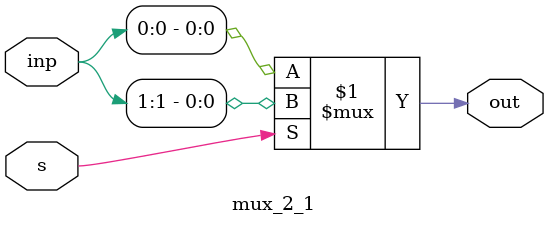
<source format=v>
module mux_2_1(out,inp,s);
  input s;
  input [1:0]inp;
  output out;
  assign out = s? inp[1] : inp[0];
endmodule
</source>
